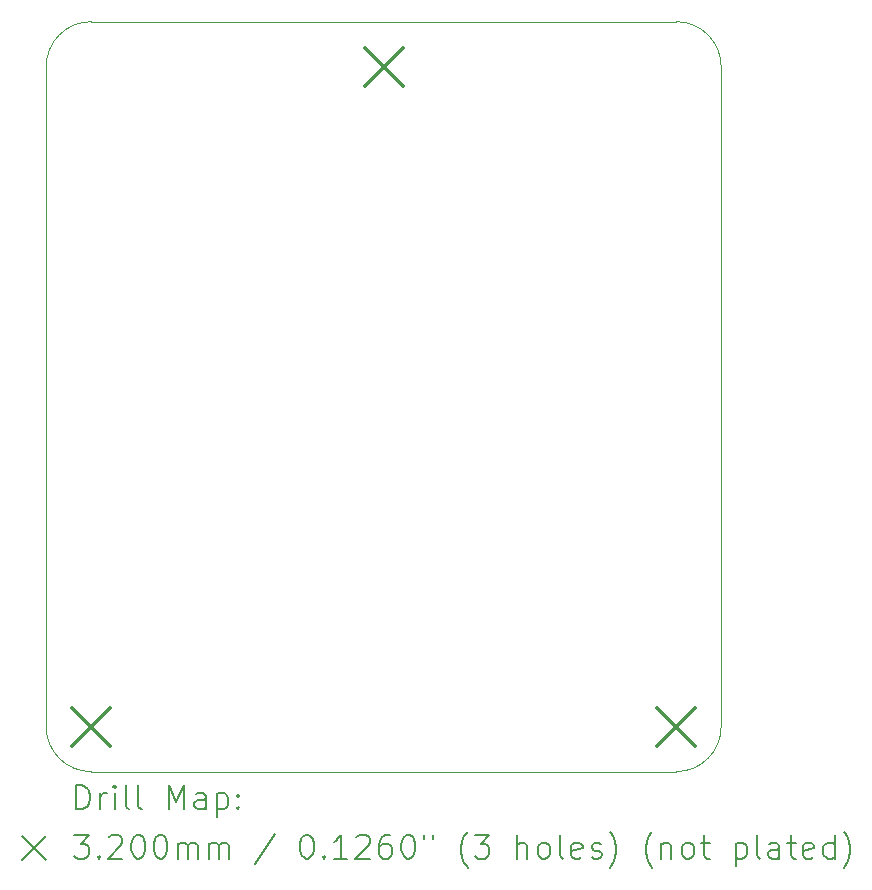
<source format=gbr>
%TF.GenerationSoftware,KiCad,Pcbnew,8.0.6*%
%TF.CreationDate,2024-11-26T19:11:46-08:00*%
%TF.ProjectId,Constellation STAR ITC V1.0,436f6e73-7465-46c6-9c61-74696f6e2053,rev?*%
%TF.SameCoordinates,Original*%
%TF.FileFunction,Drillmap*%
%TF.FilePolarity,Positive*%
%FSLAX45Y45*%
G04 Gerber Fmt 4.5, Leading zero omitted, Abs format (unit mm)*
G04 Created by KiCad (PCBNEW 8.0.6) date 2024-11-26 19:11:46*
%MOMM*%
%LPD*%
G01*
G04 APERTURE LIST*
%ADD10C,0.100000*%
%ADD11C,0.200000*%
%ADD12C,0.320000*%
G04 APERTURE END LIST*
D10*
X2540000Y-8509000D02*
X2540000Y-2921000D01*
X2921000Y-8890000D02*
G75*
G02*
X2540000Y-8509000I0J381000D01*
G01*
X8255000Y-8509000D02*
G75*
G02*
X7874000Y-8890000I-381000J0D01*
G01*
X2540000Y-2921000D02*
G75*
G02*
X2921000Y-2540000I381000J0D01*
G01*
X7874000Y-8890000D02*
X2921000Y-8890000D01*
X8255000Y-2921000D02*
X8255000Y-8509000D01*
X7874000Y-2540000D02*
G75*
G02*
X8255000Y-2921000I0J-381000D01*
G01*
X2921000Y-2540000D02*
X7874000Y-2540000D01*
D11*
D12*
X2761000Y-8349000D02*
X3081000Y-8669000D01*
X3081000Y-8349000D02*
X2761000Y-8669000D01*
X5237500Y-2761000D02*
X5557500Y-3081000D01*
X5557500Y-2761000D02*
X5237500Y-3081000D01*
X7714000Y-8349000D02*
X8034000Y-8669000D01*
X8034000Y-8349000D02*
X7714000Y-8669000D01*
D11*
X2795777Y-9206484D02*
X2795777Y-9006484D01*
X2795777Y-9006484D02*
X2843396Y-9006484D01*
X2843396Y-9006484D02*
X2871967Y-9016008D01*
X2871967Y-9016008D02*
X2891015Y-9035055D01*
X2891015Y-9035055D02*
X2900539Y-9054103D01*
X2900539Y-9054103D02*
X2910062Y-9092198D01*
X2910062Y-9092198D02*
X2910062Y-9120770D01*
X2910062Y-9120770D02*
X2900539Y-9158865D01*
X2900539Y-9158865D02*
X2891015Y-9177912D01*
X2891015Y-9177912D02*
X2871967Y-9196960D01*
X2871967Y-9196960D02*
X2843396Y-9206484D01*
X2843396Y-9206484D02*
X2795777Y-9206484D01*
X2995777Y-9206484D02*
X2995777Y-9073150D01*
X2995777Y-9111246D02*
X3005301Y-9092198D01*
X3005301Y-9092198D02*
X3014824Y-9082674D01*
X3014824Y-9082674D02*
X3033872Y-9073150D01*
X3033872Y-9073150D02*
X3052920Y-9073150D01*
X3119586Y-9206484D02*
X3119586Y-9073150D01*
X3119586Y-9006484D02*
X3110062Y-9016008D01*
X3110062Y-9016008D02*
X3119586Y-9025531D01*
X3119586Y-9025531D02*
X3129110Y-9016008D01*
X3129110Y-9016008D02*
X3119586Y-9006484D01*
X3119586Y-9006484D02*
X3119586Y-9025531D01*
X3243396Y-9206484D02*
X3224348Y-9196960D01*
X3224348Y-9196960D02*
X3214824Y-9177912D01*
X3214824Y-9177912D02*
X3214824Y-9006484D01*
X3348158Y-9206484D02*
X3329110Y-9196960D01*
X3329110Y-9196960D02*
X3319586Y-9177912D01*
X3319586Y-9177912D02*
X3319586Y-9006484D01*
X3576729Y-9206484D02*
X3576729Y-9006484D01*
X3576729Y-9006484D02*
X3643396Y-9149341D01*
X3643396Y-9149341D02*
X3710062Y-9006484D01*
X3710062Y-9006484D02*
X3710062Y-9206484D01*
X3891015Y-9206484D02*
X3891015Y-9101722D01*
X3891015Y-9101722D02*
X3881491Y-9082674D01*
X3881491Y-9082674D02*
X3862443Y-9073150D01*
X3862443Y-9073150D02*
X3824348Y-9073150D01*
X3824348Y-9073150D02*
X3805301Y-9082674D01*
X3891015Y-9196960D02*
X3871967Y-9206484D01*
X3871967Y-9206484D02*
X3824348Y-9206484D01*
X3824348Y-9206484D02*
X3805301Y-9196960D01*
X3805301Y-9196960D02*
X3795777Y-9177912D01*
X3795777Y-9177912D02*
X3795777Y-9158865D01*
X3795777Y-9158865D02*
X3805301Y-9139817D01*
X3805301Y-9139817D02*
X3824348Y-9130293D01*
X3824348Y-9130293D02*
X3871967Y-9130293D01*
X3871967Y-9130293D02*
X3891015Y-9120770D01*
X3986253Y-9073150D02*
X3986253Y-9273150D01*
X3986253Y-9082674D02*
X4005301Y-9073150D01*
X4005301Y-9073150D02*
X4043396Y-9073150D01*
X4043396Y-9073150D02*
X4062443Y-9082674D01*
X4062443Y-9082674D02*
X4071967Y-9092198D01*
X4071967Y-9092198D02*
X4081491Y-9111246D01*
X4081491Y-9111246D02*
X4081491Y-9168389D01*
X4081491Y-9168389D02*
X4071967Y-9187436D01*
X4071967Y-9187436D02*
X4062443Y-9196960D01*
X4062443Y-9196960D02*
X4043396Y-9206484D01*
X4043396Y-9206484D02*
X4005301Y-9206484D01*
X4005301Y-9206484D02*
X3986253Y-9196960D01*
X4167205Y-9187436D02*
X4176729Y-9196960D01*
X4176729Y-9196960D02*
X4167205Y-9206484D01*
X4167205Y-9206484D02*
X4157682Y-9196960D01*
X4157682Y-9196960D02*
X4167205Y-9187436D01*
X4167205Y-9187436D02*
X4167205Y-9206484D01*
X4167205Y-9082674D02*
X4176729Y-9092198D01*
X4176729Y-9092198D02*
X4167205Y-9101722D01*
X4167205Y-9101722D02*
X4157682Y-9092198D01*
X4157682Y-9092198D02*
X4167205Y-9082674D01*
X4167205Y-9082674D02*
X4167205Y-9101722D01*
X2335000Y-9435000D02*
X2535000Y-9635000D01*
X2535000Y-9435000D02*
X2335000Y-9635000D01*
X2776729Y-9426484D02*
X2900539Y-9426484D01*
X2900539Y-9426484D02*
X2833872Y-9502674D01*
X2833872Y-9502674D02*
X2862443Y-9502674D01*
X2862443Y-9502674D02*
X2881491Y-9512198D01*
X2881491Y-9512198D02*
X2891015Y-9521722D01*
X2891015Y-9521722D02*
X2900539Y-9540770D01*
X2900539Y-9540770D02*
X2900539Y-9588389D01*
X2900539Y-9588389D02*
X2891015Y-9607436D01*
X2891015Y-9607436D02*
X2881491Y-9616960D01*
X2881491Y-9616960D02*
X2862443Y-9626484D01*
X2862443Y-9626484D02*
X2805301Y-9626484D01*
X2805301Y-9626484D02*
X2786253Y-9616960D01*
X2786253Y-9616960D02*
X2776729Y-9607436D01*
X2986253Y-9607436D02*
X2995777Y-9616960D01*
X2995777Y-9616960D02*
X2986253Y-9626484D01*
X2986253Y-9626484D02*
X2976729Y-9616960D01*
X2976729Y-9616960D02*
X2986253Y-9607436D01*
X2986253Y-9607436D02*
X2986253Y-9626484D01*
X3071967Y-9445531D02*
X3081491Y-9436008D01*
X3081491Y-9436008D02*
X3100539Y-9426484D01*
X3100539Y-9426484D02*
X3148158Y-9426484D01*
X3148158Y-9426484D02*
X3167205Y-9436008D01*
X3167205Y-9436008D02*
X3176729Y-9445531D01*
X3176729Y-9445531D02*
X3186253Y-9464579D01*
X3186253Y-9464579D02*
X3186253Y-9483627D01*
X3186253Y-9483627D02*
X3176729Y-9512198D01*
X3176729Y-9512198D02*
X3062443Y-9626484D01*
X3062443Y-9626484D02*
X3186253Y-9626484D01*
X3310062Y-9426484D02*
X3329110Y-9426484D01*
X3329110Y-9426484D02*
X3348158Y-9436008D01*
X3348158Y-9436008D02*
X3357682Y-9445531D01*
X3357682Y-9445531D02*
X3367205Y-9464579D01*
X3367205Y-9464579D02*
X3376729Y-9502674D01*
X3376729Y-9502674D02*
X3376729Y-9550293D01*
X3376729Y-9550293D02*
X3367205Y-9588389D01*
X3367205Y-9588389D02*
X3357682Y-9607436D01*
X3357682Y-9607436D02*
X3348158Y-9616960D01*
X3348158Y-9616960D02*
X3329110Y-9626484D01*
X3329110Y-9626484D02*
X3310062Y-9626484D01*
X3310062Y-9626484D02*
X3291015Y-9616960D01*
X3291015Y-9616960D02*
X3281491Y-9607436D01*
X3281491Y-9607436D02*
X3271967Y-9588389D01*
X3271967Y-9588389D02*
X3262443Y-9550293D01*
X3262443Y-9550293D02*
X3262443Y-9502674D01*
X3262443Y-9502674D02*
X3271967Y-9464579D01*
X3271967Y-9464579D02*
X3281491Y-9445531D01*
X3281491Y-9445531D02*
X3291015Y-9436008D01*
X3291015Y-9436008D02*
X3310062Y-9426484D01*
X3500539Y-9426484D02*
X3519586Y-9426484D01*
X3519586Y-9426484D02*
X3538634Y-9436008D01*
X3538634Y-9436008D02*
X3548158Y-9445531D01*
X3548158Y-9445531D02*
X3557682Y-9464579D01*
X3557682Y-9464579D02*
X3567205Y-9502674D01*
X3567205Y-9502674D02*
X3567205Y-9550293D01*
X3567205Y-9550293D02*
X3557682Y-9588389D01*
X3557682Y-9588389D02*
X3548158Y-9607436D01*
X3548158Y-9607436D02*
X3538634Y-9616960D01*
X3538634Y-9616960D02*
X3519586Y-9626484D01*
X3519586Y-9626484D02*
X3500539Y-9626484D01*
X3500539Y-9626484D02*
X3481491Y-9616960D01*
X3481491Y-9616960D02*
X3471967Y-9607436D01*
X3471967Y-9607436D02*
X3462443Y-9588389D01*
X3462443Y-9588389D02*
X3452920Y-9550293D01*
X3452920Y-9550293D02*
X3452920Y-9502674D01*
X3452920Y-9502674D02*
X3462443Y-9464579D01*
X3462443Y-9464579D02*
X3471967Y-9445531D01*
X3471967Y-9445531D02*
X3481491Y-9436008D01*
X3481491Y-9436008D02*
X3500539Y-9426484D01*
X3652920Y-9626484D02*
X3652920Y-9493150D01*
X3652920Y-9512198D02*
X3662443Y-9502674D01*
X3662443Y-9502674D02*
X3681491Y-9493150D01*
X3681491Y-9493150D02*
X3710063Y-9493150D01*
X3710063Y-9493150D02*
X3729110Y-9502674D01*
X3729110Y-9502674D02*
X3738634Y-9521722D01*
X3738634Y-9521722D02*
X3738634Y-9626484D01*
X3738634Y-9521722D02*
X3748158Y-9502674D01*
X3748158Y-9502674D02*
X3767205Y-9493150D01*
X3767205Y-9493150D02*
X3795777Y-9493150D01*
X3795777Y-9493150D02*
X3814824Y-9502674D01*
X3814824Y-9502674D02*
X3824348Y-9521722D01*
X3824348Y-9521722D02*
X3824348Y-9626484D01*
X3919586Y-9626484D02*
X3919586Y-9493150D01*
X3919586Y-9512198D02*
X3929110Y-9502674D01*
X3929110Y-9502674D02*
X3948158Y-9493150D01*
X3948158Y-9493150D02*
X3976729Y-9493150D01*
X3976729Y-9493150D02*
X3995777Y-9502674D01*
X3995777Y-9502674D02*
X4005301Y-9521722D01*
X4005301Y-9521722D02*
X4005301Y-9626484D01*
X4005301Y-9521722D02*
X4014824Y-9502674D01*
X4014824Y-9502674D02*
X4033872Y-9493150D01*
X4033872Y-9493150D02*
X4062443Y-9493150D01*
X4062443Y-9493150D02*
X4081491Y-9502674D01*
X4081491Y-9502674D02*
X4091015Y-9521722D01*
X4091015Y-9521722D02*
X4091015Y-9626484D01*
X4481491Y-9416960D02*
X4310063Y-9674103D01*
X4738634Y-9426484D02*
X4757682Y-9426484D01*
X4757682Y-9426484D02*
X4776729Y-9436008D01*
X4776729Y-9436008D02*
X4786253Y-9445531D01*
X4786253Y-9445531D02*
X4795777Y-9464579D01*
X4795777Y-9464579D02*
X4805301Y-9502674D01*
X4805301Y-9502674D02*
X4805301Y-9550293D01*
X4805301Y-9550293D02*
X4795777Y-9588389D01*
X4795777Y-9588389D02*
X4786253Y-9607436D01*
X4786253Y-9607436D02*
X4776729Y-9616960D01*
X4776729Y-9616960D02*
X4757682Y-9626484D01*
X4757682Y-9626484D02*
X4738634Y-9626484D01*
X4738634Y-9626484D02*
X4719587Y-9616960D01*
X4719587Y-9616960D02*
X4710063Y-9607436D01*
X4710063Y-9607436D02*
X4700539Y-9588389D01*
X4700539Y-9588389D02*
X4691015Y-9550293D01*
X4691015Y-9550293D02*
X4691015Y-9502674D01*
X4691015Y-9502674D02*
X4700539Y-9464579D01*
X4700539Y-9464579D02*
X4710063Y-9445531D01*
X4710063Y-9445531D02*
X4719587Y-9436008D01*
X4719587Y-9436008D02*
X4738634Y-9426484D01*
X4891015Y-9607436D02*
X4900539Y-9616960D01*
X4900539Y-9616960D02*
X4891015Y-9626484D01*
X4891015Y-9626484D02*
X4881491Y-9616960D01*
X4881491Y-9616960D02*
X4891015Y-9607436D01*
X4891015Y-9607436D02*
X4891015Y-9626484D01*
X5091015Y-9626484D02*
X4976729Y-9626484D01*
X5033872Y-9626484D02*
X5033872Y-9426484D01*
X5033872Y-9426484D02*
X5014825Y-9455055D01*
X5014825Y-9455055D02*
X4995777Y-9474103D01*
X4995777Y-9474103D02*
X4976729Y-9483627D01*
X5167206Y-9445531D02*
X5176729Y-9436008D01*
X5176729Y-9436008D02*
X5195777Y-9426484D01*
X5195777Y-9426484D02*
X5243396Y-9426484D01*
X5243396Y-9426484D02*
X5262444Y-9436008D01*
X5262444Y-9436008D02*
X5271968Y-9445531D01*
X5271968Y-9445531D02*
X5281491Y-9464579D01*
X5281491Y-9464579D02*
X5281491Y-9483627D01*
X5281491Y-9483627D02*
X5271968Y-9512198D01*
X5271968Y-9512198D02*
X5157682Y-9626484D01*
X5157682Y-9626484D02*
X5281491Y-9626484D01*
X5452920Y-9426484D02*
X5414825Y-9426484D01*
X5414825Y-9426484D02*
X5395777Y-9436008D01*
X5395777Y-9436008D02*
X5386253Y-9445531D01*
X5386253Y-9445531D02*
X5367206Y-9474103D01*
X5367206Y-9474103D02*
X5357682Y-9512198D01*
X5357682Y-9512198D02*
X5357682Y-9588389D01*
X5357682Y-9588389D02*
X5367206Y-9607436D01*
X5367206Y-9607436D02*
X5376729Y-9616960D01*
X5376729Y-9616960D02*
X5395777Y-9626484D01*
X5395777Y-9626484D02*
X5433872Y-9626484D01*
X5433872Y-9626484D02*
X5452920Y-9616960D01*
X5452920Y-9616960D02*
X5462444Y-9607436D01*
X5462444Y-9607436D02*
X5471968Y-9588389D01*
X5471968Y-9588389D02*
X5471968Y-9540770D01*
X5471968Y-9540770D02*
X5462444Y-9521722D01*
X5462444Y-9521722D02*
X5452920Y-9512198D01*
X5452920Y-9512198D02*
X5433872Y-9502674D01*
X5433872Y-9502674D02*
X5395777Y-9502674D01*
X5395777Y-9502674D02*
X5376729Y-9512198D01*
X5376729Y-9512198D02*
X5367206Y-9521722D01*
X5367206Y-9521722D02*
X5357682Y-9540770D01*
X5595777Y-9426484D02*
X5614825Y-9426484D01*
X5614825Y-9426484D02*
X5633872Y-9436008D01*
X5633872Y-9436008D02*
X5643396Y-9445531D01*
X5643396Y-9445531D02*
X5652920Y-9464579D01*
X5652920Y-9464579D02*
X5662444Y-9502674D01*
X5662444Y-9502674D02*
X5662444Y-9550293D01*
X5662444Y-9550293D02*
X5652920Y-9588389D01*
X5652920Y-9588389D02*
X5643396Y-9607436D01*
X5643396Y-9607436D02*
X5633872Y-9616960D01*
X5633872Y-9616960D02*
X5614825Y-9626484D01*
X5614825Y-9626484D02*
X5595777Y-9626484D01*
X5595777Y-9626484D02*
X5576729Y-9616960D01*
X5576729Y-9616960D02*
X5567206Y-9607436D01*
X5567206Y-9607436D02*
X5557682Y-9588389D01*
X5557682Y-9588389D02*
X5548158Y-9550293D01*
X5548158Y-9550293D02*
X5548158Y-9502674D01*
X5548158Y-9502674D02*
X5557682Y-9464579D01*
X5557682Y-9464579D02*
X5567206Y-9445531D01*
X5567206Y-9445531D02*
X5576729Y-9436008D01*
X5576729Y-9436008D02*
X5595777Y-9426484D01*
X5738634Y-9426484D02*
X5738634Y-9464579D01*
X5814825Y-9426484D02*
X5814825Y-9464579D01*
X6110063Y-9702674D02*
X6100539Y-9693150D01*
X6100539Y-9693150D02*
X6081491Y-9664579D01*
X6081491Y-9664579D02*
X6071968Y-9645531D01*
X6071968Y-9645531D02*
X6062444Y-9616960D01*
X6062444Y-9616960D02*
X6052920Y-9569341D01*
X6052920Y-9569341D02*
X6052920Y-9531246D01*
X6052920Y-9531246D02*
X6062444Y-9483627D01*
X6062444Y-9483627D02*
X6071968Y-9455055D01*
X6071968Y-9455055D02*
X6081491Y-9436008D01*
X6081491Y-9436008D02*
X6100539Y-9407436D01*
X6100539Y-9407436D02*
X6110063Y-9397912D01*
X6167206Y-9426484D02*
X6291015Y-9426484D01*
X6291015Y-9426484D02*
X6224348Y-9502674D01*
X6224348Y-9502674D02*
X6252920Y-9502674D01*
X6252920Y-9502674D02*
X6271968Y-9512198D01*
X6271968Y-9512198D02*
X6281491Y-9521722D01*
X6281491Y-9521722D02*
X6291015Y-9540770D01*
X6291015Y-9540770D02*
X6291015Y-9588389D01*
X6291015Y-9588389D02*
X6281491Y-9607436D01*
X6281491Y-9607436D02*
X6271968Y-9616960D01*
X6271968Y-9616960D02*
X6252920Y-9626484D01*
X6252920Y-9626484D02*
X6195777Y-9626484D01*
X6195777Y-9626484D02*
X6176729Y-9616960D01*
X6176729Y-9616960D02*
X6167206Y-9607436D01*
X6529110Y-9626484D02*
X6529110Y-9426484D01*
X6614825Y-9626484D02*
X6614825Y-9521722D01*
X6614825Y-9521722D02*
X6605301Y-9502674D01*
X6605301Y-9502674D02*
X6586253Y-9493150D01*
X6586253Y-9493150D02*
X6557682Y-9493150D01*
X6557682Y-9493150D02*
X6538634Y-9502674D01*
X6538634Y-9502674D02*
X6529110Y-9512198D01*
X6738634Y-9626484D02*
X6719587Y-9616960D01*
X6719587Y-9616960D02*
X6710063Y-9607436D01*
X6710063Y-9607436D02*
X6700539Y-9588389D01*
X6700539Y-9588389D02*
X6700539Y-9531246D01*
X6700539Y-9531246D02*
X6710063Y-9512198D01*
X6710063Y-9512198D02*
X6719587Y-9502674D01*
X6719587Y-9502674D02*
X6738634Y-9493150D01*
X6738634Y-9493150D02*
X6767206Y-9493150D01*
X6767206Y-9493150D02*
X6786253Y-9502674D01*
X6786253Y-9502674D02*
X6795777Y-9512198D01*
X6795777Y-9512198D02*
X6805301Y-9531246D01*
X6805301Y-9531246D02*
X6805301Y-9588389D01*
X6805301Y-9588389D02*
X6795777Y-9607436D01*
X6795777Y-9607436D02*
X6786253Y-9616960D01*
X6786253Y-9616960D02*
X6767206Y-9626484D01*
X6767206Y-9626484D02*
X6738634Y-9626484D01*
X6919587Y-9626484D02*
X6900539Y-9616960D01*
X6900539Y-9616960D02*
X6891015Y-9597912D01*
X6891015Y-9597912D02*
X6891015Y-9426484D01*
X7071968Y-9616960D02*
X7052920Y-9626484D01*
X7052920Y-9626484D02*
X7014825Y-9626484D01*
X7014825Y-9626484D02*
X6995777Y-9616960D01*
X6995777Y-9616960D02*
X6986253Y-9597912D01*
X6986253Y-9597912D02*
X6986253Y-9521722D01*
X6986253Y-9521722D02*
X6995777Y-9502674D01*
X6995777Y-9502674D02*
X7014825Y-9493150D01*
X7014825Y-9493150D02*
X7052920Y-9493150D01*
X7052920Y-9493150D02*
X7071968Y-9502674D01*
X7071968Y-9502674D02*
X7081491Y-9521722D01*
X7081491Y-9521722D02*
X7081491Y-9540770D01*
X7081491Y-9540770D02*
X6986253Y-9559817D01*
X7157682Y-9616960D02*
X7176730Y-9626484D01*
X7176730Y-9626484D02*
X7214825Y-9626484D01*
X7214825Y-9626484D02*
X7233872Y-9616960D01*
X7233872Y-9616960D02*
X7243396Y-9597912D01*
X7243396Y-9597912D02*
X7243396Y-9588389D01*
X7243396Y-9588389D02*
X7233872Y-9569341D01*
X7233872Y-9569341D02*
X7214825Y-9559817D01*
X7214825Y-9559817D02*
X7186253Y-9559817D01*
X7186253Y-9559817D02*
X7167206Y-9550293D01*
X7167206Y-9550293D02*
X7157682Y-9531246D01*
X7157682Y-9531246D02*
X7157682Y-9521722D01*
X7157682Y-9521722D02*
X7167206Y-9502674D01*
X7167206Y-9502674D02*
X7186253Y-9493150D01*
X7186253Y-9493150D02*
X7214825Y-9493150D01*
X7214825Y-9493150D02*
X7233872Y-9502674D01*
X7310063Y-9702674D02*
X7319587Y-9693150D01*
X7319587Y-9693150D02*
X7338634Y-9664579D01*
X7338634Y-9664579D02*
X7348158Y-9645531D01*
X7348158Y-9645531D02*
X7357682Y-9616960D01*
X7357682Y-9616960D02*
X7367206Y-9569341D01*
X7367206Y-9569341D02*
X7367206Y-9531246D01*
X7367206Y-9531246D02*
X7357682Y-9483627D01*
X7357682Y-9483627D02*
X7348158Y-9455055D01*
X7348158Y-9455055D02*
X7338634Y-9436008D01*
X7338634Y-9436008D02*
X7319587Y-9407436D01*
X7319587Y-9407436D02*
X7310063Y-9397912D01*
X7671968Y-9702674D02*
X7662444Y-9693150D01*
X7662444Y-9693150D02*
X7643396Y-9664579D01*
X7643396Y-9664579D02*
X7633872Y-9645531D01*
X7633872Y-9645531D02*
X7624349Y-9616960D01*
X7624349Y-9616960D02*
X7614825Y-9569341D01*
X7614825Y-9569341D02*
X7614825Y-9531246D01*
X7614825Y-9531246D02*
X7624349Y-9483627D01*
X7624349Y-9483627D02*
X7633872Y-9455055D01*
X7633872Y-9455055D02*
X7643396Y-9436008D01*
X7643396Y-9436008D02*
X7662444Y-9407436D01*
X7662444Y-9407436D02*
X7671968Y-9397912D01*
X7748158Y-9493150D02*
X7748158Y-9626484D01*
X7748158Y-9512198D02*
X7757682Y-9502674D01*
X7757682Y-9502674D02*
X7776730Y-9493150D01*
X7776730Y-9493150D02*
X7805301Y-9493150D01*
X7805301Y-9493150D02*
X7824349Y-9502674D01*
X7824349Y-9502674D02*
X7833872Y-9521722D01*
X7833872Y-9521722D02*
X7833872Y-9626484D01*
X7957682Y-9626484D02*
X7938634Y-9616960D01*
X7938634Y-9616960D02*
X7929111Y-9607436D01*
X7929111Y-9607436D02*
X7919587Y-9588389D01*
X7919587Y-9588389D02*
X7919587Y-9531246D01*
X7919587Y-9531246D02*
X7929111Y-9512198D01*
X7929111Y-9512198D02*
X7938634Y-9502674D01*
X7938634Y-9502674D02*
X7957682Y-9493150D01*
X7957682Y-9493150D02*
X7986253Y-9493150D01*
X7986253Y-9493150D02*
X8005301Y-9502674D01*
X8005301Y-9502674D02*
X8014825Y-9512198D01*
X8014825Y-9512198D02*
X8024349Y-9531246D01*
X8024349Y-9531246D02*
X8024349Y-9588389D01*
X8024349Y-9588389D02*
X8014825Y-9607436D01*
X8014825Y-9607436D02*
X8005301Y-9616960D01*
X8005301Y-9616960D02*
X7986253Y-9626484D01*
X7986253Y-9626484D02*
X7957682Y-9626484D01*
X8081492Y-9493150D02*
X8157682Y-9493150D01*
X8110063Y-9426484D02*
X8110063Y-9597912D01*
X8110063Y-9597912D02*
X8119587Y-9616960D01*
X8119587Y-9616960D02*
X8138634Y-9626484D01*
X8138634Y-9626484D02*
X8157682Y-9626484D01*
X8376730Y-9493150D02*
X8376730Y-9693150D01*
X8376730Y-9502674D02*
X8395777Y-9493150D01*
X8395777Y-9493150D02*
X8433873Y-9493150D01*
X8433873Y-9493150D02*
X8452920Y-9502674D01*
X8452920Y-9502674D02*
X8462444Y-9512198D01*
X8462444Y-9512198D02*
X8471968Y-9531246D01*
X8471968Y-9531246D02*
X8471968Y-9588389D01*
X8471968Y-9588389D02*
X8462444Y-9607436D01*
X8462444Y-9607436D02*
X8452920Y-9616960D01*
X8452920Y-9616960D02*
X8433873Y-9626484D01*
X8433873Y-9626484D02*
X8395777Y-9626484D01*
X8395777Y-9626484D02*
X8376730Y-9616960D01*
X8586254Y-9626484D02*
X8567206Y-9616960D01*
X8567206Y-9616960D02*
X8557682Y-9597912D01*
X8557682Y-9597912D02*
X8557682Y-9426484D01*
X8748158Y-9626484D02*
X8748158Y-9521722D01*
X8748158Y-9521722D02*
X8738635Y-9502674D01*
X8738635Y-9502674D02*
X8719587Y-9493150D01*
X8719587Y-9493150D02*
X8681492Y-9493150D01*
X8681492Y-9493150D02*
X8662444Y-9502674D01*
X8748158Y-9616960D02*
X8729111Y-9626484D01*
X8729111Y-9626484D02*
X8681492Y-9626484D01*
X8681492Y-9626484D02*
X8662444Y-9616960D01*
X8662444Y-9616960D02*
X8652920Y-9597912D01*
X8652920Y-9597912D02*
X8652920Y-9578865D01*
X8652920Y-9578865D02*
X8662444Y-9559817D01*
X8662444Y-9559817D02*
X8681492Y-9550293D01*
X8681492Y-9550293D02*
X8729111Y-9550293D01*
X8729111Y-9550293D02*
X8748158Y-9540770D01*
X8814825Y-9493150D02*
X8891015Y-9493150D01*
X8843396Y-9426484D02*
X8843396Y-9597912D01*
X8843396Y-9597912D02*
X8852920Y-9616960D01*
X8852920Y-9616960D02*
X8871968Y-9626484D01*
X8871968Y-9626484D02*
X8891015Y-9626484D01*
X9033873Y-9616960D02*
X9014825Y-9626484D01*
X9014825Y-9626484D02*
X8976730Y-9626484D01*
X8976730Y-9626484D02*
X8957682Y-9616960D01*
X8957682Y-9616960D02*
X8948158Y-9597912D01*
X8948158Y-9597912D02*
X8948158Y-9521722D01*
X8948158Y-9521722D02*
X8957682Y-9502674D01*
X8957682Y-9502674D02*
X8976730Y-9493150D01*
X8976730Y-9493150D02*
X9014825Y-9493150D01*
X9014825Y-9493150D02*
X9033873Y-9502674D01*
X9033873Y-9502674D02*
X9043396Y-9521722D01*
X9043396Y-9521722D02*
X9043396Y-9540770D01*
X9043396Y-9540770D02*
X8948158Y-9559817D01*
X9214825Y-9626484D02*
X9214825Y-9426484D01*
X9214825Y-9616960D02*
X9195777Y-9626484D01*
X9195777Y-9626484D02*
X9157682Y-9626484D01*
X9157682Y-9626484D02*
X9138635Y-9616960D01*
X9138635Y-9616960D02*
X9129111Y-9607436D01*
X9129111Y-9607436D02*
X9119587Y-9588389D01*
X9119587Y-9588389D02*
X9119587Y-9531246D01*
X9119587Y-9531246D02*
X9129111Y-9512198D01*
X9129111Y-9512198D02*
X9138635Y-9502674D01*
X9138635Y-9502674D02*
X9157682Y-9493150D01*
X9157682Y-9493150D02*
X9195777Y-9493150D01*
X9195777Y-9493150D02*
X9214825Y-9502674D01*
X9291016Y-9702674D02*
X9300539Y-9693150D01*
X9300539Y-9693150D02*
X9319587Y-9664579D01*
X9319587Y-9664579D02*
X9329111Y-9645531D01*
X9329111Y-9645531D02*
X9338635Y-9616960D01*
X9338635Y-9616960D02*
X9348158Y-9569341D01*
X9348158Y-9569341D02*
X9348158Y-9531246D01*
X9348158Y-9531246D02*
X9338635Y-9483627D01*
X9338635Y-9483627D02*
X9329111Y-9455055D01*
X9329111Y-9455055D02*
X9319587Y-9436008D01*
X9319587Y-9436008D02*
X9300539Y-9407436D01*
X9300539Y-9407436D02*
X9291016Y-9397912D01*
M02*

</source>
